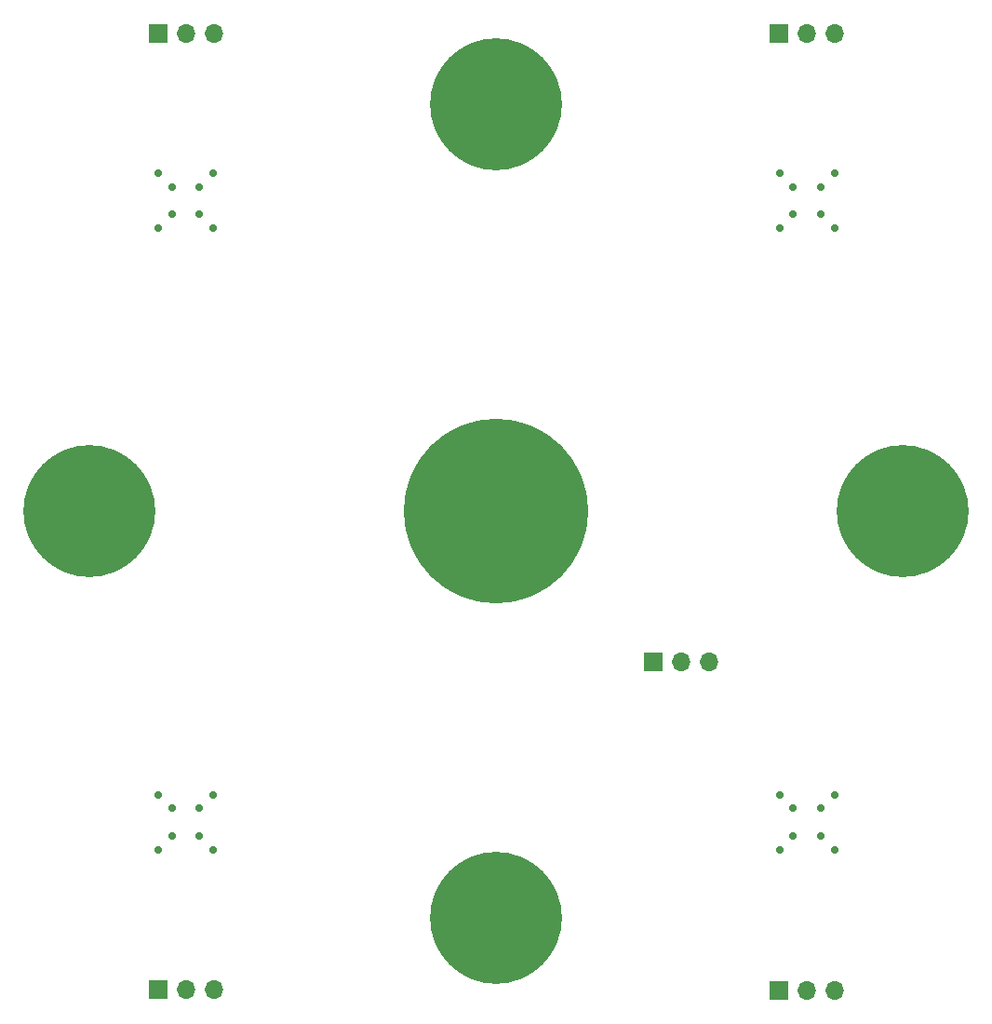
<source format=gbr>
%TF.GenerationSoftware,KiCad,Pcbnew,7.0.5-0*%
%TF.CreationDate,2023-06-12T10:56:44-04:00*%
%TF.ProjectId,quad_sipm,71756164-5f73-4697-906d-2e6b69636164,rev?*%
%TF.SameCoordinates,Original*%
%TF.FileFunction,Soldermask,Top*%
%TF.FilePolarity,Negative*%
%FSLAX46Y46*%
G04 Gerber Fmt 4.6, Leading zero omitted, Abs format (unit mm)*
G04 Created by KiCad (PCBNEW 7.0.5-0) date 2023-06-12 10:56:44*
%MOMM*%
%LPD*%
G01*
G04 APERTURE LIST*
%ADD10C,0.700000*%
%ADD11C,16.800000*%
%ADD12C,12.000000*%
%ADD13R,1.700000X1.700000*%
%ADD14O,1.700000X1.700000*%
G04 APERTURE END LIST*
D10*
%TO.C,D1*%
X130770000Y-130770000D03*
X130770000Y-125770000D03*
X129520000Y-129520000D03*
X129520000Y-127020000D03*
X127020000Y-129520000D03*
X127020000Y-127020000D03*
X125770000Y-130770000D03*
X125770000Y-125770000D03*
%TD*%
%TO.C,D3*%
X130770000Y-74255000D03*
X130770000Y-69255000D03*
X129520000Y-73005000D03*
X129520000Y-70505000D03*
X127020000Y-73005000D03*
X127020000Y-70505000D03*
X125770000Y-74255000D03*
X125770000Y-69255000D03*
%TD*%
%TO.C,D4*%
X74255000Y-74255000D03*
X74255000Y-69255000D03*
X73005000Y-73005000D03*
X73005000Y-70505000D03*
X70505000Y-73005000D03*
X70505000Y-70505000D03*
X69255000Y-74255000D03*
X69255000Y-69255000D03*
%TD*%
%TO.C,D2*%
X69255000Y-125770000D03*
X69255000Y-130770000D03*
X70505000Y-127020000D03*
X70505000Y-129520000D03*
X73005000Y-127020000D03*
X73005000Y-129520000D03*
X74255000Y-125770000D03*
X74255000Y-130770000D03*
%TD*%
D11*
%TO.C,H2*%
X100000000Y-100000000D03*
%TD*%
D12*
%TO.C,H3*%
X100000000Y-137000000D03*
%TD*%
%TO.C,H4*%
X137000000Y-100000000D03*
%TD*%
%TO.C,H5*%
X63000000Y-100000000D03*
%TD*%
%TO.C,H1*%
X100000000Y-63000000D03*
%TD*%
D13*
%TO.C,J5*%
X114300000Y-113665000D03*
D14*
X116840000Y-113665000D03*
X119380000Y-113665000D03*
%TD*%
D13*
%TO.C,J1*%
X125685000Y-143555000D03*
D14*
X128225000Y-143555000D03*
X130765000Y-143555000D03*
%TD*%
D13*
%TO.C,J3*%
X125685000Y-56560000D03*
D14*
X128225000Y-56560000D03*
X130765000Y-56560000D03*
%TD*%
D13*
%TO.C,J4*%
X69215000Y-56515000D03*
D14*
X71755000Y-56515000D03*
X74295000Y-56515000D03*
%TD*%
D13*
%TO.C,J2*%
X69215000Y-143510000D03*
D14*
X71755000Y-143510000D03*
X74295000Y-143510000D03*
%TD*%
M02*

</source>
